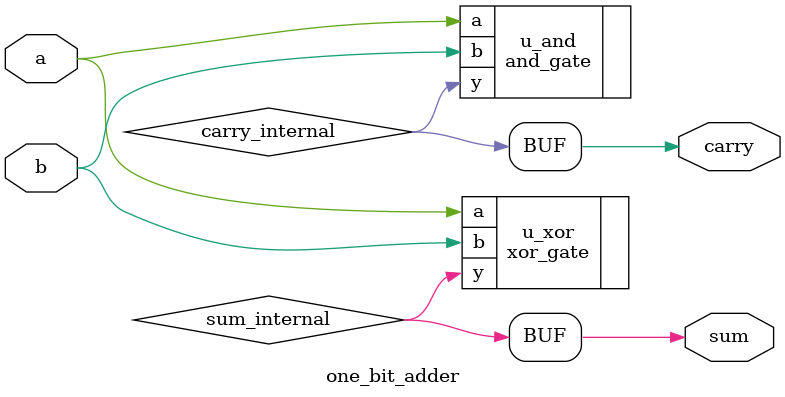
<source format=v>

module one_bit_adder (
    input wire a,      // First input
    input wire b,      // Second input
    output wire sum,   // Sum output
    output wire carry  // Carry output
);

    xor_gate u_xor (
        .a(a),
        .b(b),
        .y(sum_internal)
    );

    // Instantiate AND gate for carry
    and_gate u_and (
        .a(a),
        .b(b),
        .y(carry_internal)
    );

    // Full adder logic
    assign sum = sum_internal;
    assign carry = carry_internal;

endmodule
</source>
